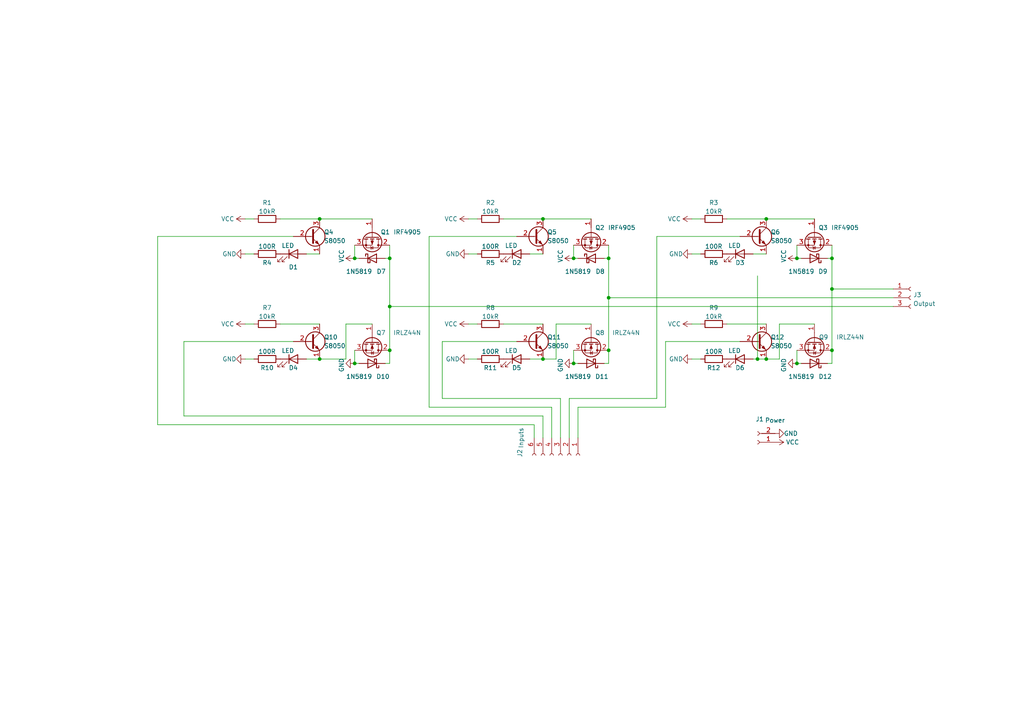
<source format=kicad_sch>
(kicad_sch (version 20211123) (generator eeschema)
  (paper "A4")
  (lib_symbols
    (symbol "Connector:Conn_01x02_Female" (pin_names (offset 1.016) hide)
      (property "Reference" "J" (at 0 2.54 0))
      (property "Value" "Conn_01x02_Female" (at 0 -5.08 0))
      (symbol "Conn_01x02_Female_1_1"
        (arc (start 0 -2.032) (mid -0.508 -2.54) (end 0 -3.048) (stroke (width 0.1524)))
        (polyline (pts (xy -1.27 -2.54) (xy -0.508 -2.54)) (stroke (width 0.1524)))
        (polyline (pts (xy -1.27 0) (xy -0.508 0)) (stroke (width 0.1524)))
        (arc (start 0 0.508) (mid -0.508 0) (end 0 -0.508) (stroke (width 0.1524)))
        (pin passive line (at -5.08 0 0) (length 3.81) (name "Pin_1") (number "1"))
        (pin passive line (at -5.08 -2.54 0) (length 3.81) (name "Pin_2") (number "2"))
      )
    )
    (symbol "Connector:Conn_01x03_Female" (pin_names (offset 1.016) hide)
      (property "Reference" "J" (at 0 5.08 0))
      (property "Value" "Conn_01x03_Female" (at 0 -5.08 0))
      (symbol "Conn_01x03_Female_1_1"
        (arc (start 0 -2.032) (mid -0.508 -2.54) (end 0 -3.048) (stroke (width 0.1524)))
        (polyline (pts (xy -1.27 -2.54) (xy -0.508 -2.54)) (stroke (width 0.1524)))
        (polyline (pts (xy -1.27 0) (xy -0.508 0)) (stroke (width 0.1524)))
        (polyline (pts (xy -1.27 2.54) (xy -0.508 2.54)) (stroke (width 0.1524)))
        (arc (start 0 0.508) (mid -0.508 0) (end 0 -0.508) (stroke (width 0.1524)))
        (arc (start 0 3.048) (mid -0.508 2.54) (end 0 2.032) (stroke (width 0.1524)))
        (pin passive line (at -5.08 2.54 0) (length 3.81) (name "Pin_1") (number "1"))
        (pin passive line (at -5.08 0 0) (length 3.81) (name "Pin_2") (number "2"))
        (pin passive line (at -5.08 -2.54 0) (length 3.81) (name "Pin_3") (number "3"))
      )
    )
    (symbol "Connector:Conn_01x06_Female" (pin_names (offset 1.016) hide)
      (property "Reference" "J" (at 0 7.62 0))
      (property "Value" "Conn_01x06_Female" (at 0 -10.16 0))
      (symbol "Conn_01x06_Female_1_1"
        (arc (start 0 -7.112) (mid -0.508 -7.62) (end 0 -8.128) (stroke (width 0.1524)))
        (arc (start 0 -4.572) (mid -0.508 -5.08) (end 0 -5.588) (stroke (width 0.1524)))
        (arc (start 0 -2.032) (mid -0.508 -2.54) (end 0 -3.048) (stroke (width 0.1524)))
        (polyline (pts (xy -1.27 -7.62) (xy -0.508 -7.62)) (stroke (width 0.1524)))
        (polyline (pts (xy -1.27 -5.08) (xy -0.508 -5.08)) (stroke (width 0.1524)))
        (polyline (pts (xy -1.27 -2.54) (xy -0.508 -2.54)) (stroke (width 0.1524)))
        (polyline (pts (xy -1.27 0) (xy -0.508 0)) (stroke (width 0.1524)))
        (polyline (pts (xy -1.27 2.54) (xy -0.508 2.54)) (stroke (width 0.1524)))
        (polyline (pts (xy -1.27 5.08) (xy -0.508 5.08)) (stroke (width 0.1524)))
        (arc (start 0 0.508) (mid -0.508 0) (end 0 -0.508) (stroke (width 0.1524)))
        (arc (start 0 3.048) (mid -0.508 2.54) (end 0 2.032) (stroke (width 0.1524)))
        (arc (start 0 5.588) (mid -0.508 5.08) (end 0 4.572) (stroke (width 0.1524)))
        (pin passive line (at -5.08 5.08 0) (length 3.81) (name "Pin_1") (number "1"))
        (pin passive line (at -5.08 2.54 0) (length 3.81) (name "Pin_2") (number "2"))
        (pin passive line (at -5.08 0 0) (length 3.81) (name "Pin_3") (number "3"))
        (pin passive line (at -5.08 -2.54 0) (length 3.81) (name "Pin_4") (number "4"))
        (pin passive line (at -5.08 -5.08 0) (length 3.81) (name "Pin_5") (number "5"))
        (pin passive line (at -5.08 -7.62 0) (length 3.81) (name "Pin_6") (number "6"))
      )
    )
    (symbol "Device:LED" (pin_numbers hide) (pin_names (offset 1.016) hide)
      (property "Reference" "D" (at 0 2.54 0))
      (property "Value" "LED" (at 0 -2.54 0))
      (symbol "LED_0_1"
        (polyline (pts (xy -1.27 -1.27) (xy -1.27 1.27)) (stroke (width 0.254)))
        (polyline (pts (xy -1.27 0) (xy 1.27 0)))
        (polyline (pts (xy 1.27 -1.27) (xy 1.27 1.27) (xy -1.27 0) (xy 1.27 -1.27)) (stroke (width 0.254)))
        (polyline (pts (xy -3.048 -0.762) (xy -4.572 -2.286) (xy -3.81 -2.286) (xy -4.572 -2.286) (xy -4.572 -1.524)))
        (polyline (pts (xy -1.778 -0.762) (xy -3.302 -2.286) (xy -2.54 -2.286) (xy -3.302 -2.286) (xy -3.302 -1.524)))
      )
      (symbol "LED_1_1"
        (pin passive line (at -3.81 0 0) (length 2.54) (name "K") (number "1"))
        (pin passive line (at 3.81 0 180) (length 2.54) (name "A") (number "2"))
      )
    )
    (symbol "Device:R" (pin_numbers hide) (pin_names (offset 0))
      (property "Reference" "R" (at 2.032 0 90))
      (property "Value" "R" (at 0 0 90))
      (symbol "R_0_1"
        (rectangle (start -1.016 -2.54) (end 1.016 2.54) (stroke (width 0.254)))
      )
      (symbol "R_1_1"
        (pin passive line (at 0 3.81 270) (length 1.27) (name "~") (number "1"))
        (pin passive line (at 0 -3.81 90) (length 1.27) (name "~") (number "2"))
      )
    )
    (symbol "Diode:1N5819" (pin_numbers hide) (pin_names (offset 1.016) hide)
      (property "Reference" "D" (at 0 2.54 0))
      (property "Value" "1N5819" (at 0 -2.54 0))
      (symbol "1N5819_0_1"
        (polyline (pts (xy 1.27 0) (xy -1.27 0)))
        (polyline (pts (xy 1.27 1.27) (xy 1.27 -1.27) (xy -1.27 0) (xy 1.27 1.27)) (stroke (width 0.254)))
        (polyline (pts (xy -1.905 0.635) (xy -1.905 1.27) (xy -1.27 1.27) (xy -1.27 -1.27) (xy -0.635 -1.27) (xy -0.635 -0.635)) (stroke (width 0.254)))
      )
      (symbol "1N5819_1_1"
        (pin passive line (at -3.81 0 0) (length 2.54) (name "K") (number "1"))
        (pin passive line (at 3.81 0 180) (length 2.54) (name "A") (number "2"))
      )
    )
    (symbol "Transistor_BJT:S8050" (pin_names (offset 0) hide)
      (property "Reference" "Q" (at 5.08 1.905 0))
      (property "Value" "S8050" (at 5.08 0 0))
      (symbol "S8050_0_1"
        (polyline (pts (xy 0 0) (xy 0.635 0)))
        (polyline (pts (xy 0.635 0.635) (xy 2.54 2.54)))
        (polyline (pts (xy 0.635 -0.635) (xy 2.54 -2.54) (xy 2.54 -2.54)))
        (polyline (pts (xy 0.635 1.905) (xy 0.635 -1.905) (xy 0.635 -1.905)) (stroke (width 0.508)))
        (polyline (pts (xy 1.27 -1.778) (xy 1.778 -1.27) (xy 2.286 -2.286) (xy 1.27 -1.778) (xy 1.27 -1.778)) (fill (type outline)))
        (circle (center 1.27 0) (radius 2.8194) (stroke (width 0.254)))
      )
      (symbol "S8050_1_1"
        (pin passive line (at 2.54 -5.08 90) (length 2.54) (name "E") (number "1"))
        (pin input line (at -5.08 0 0) (length 5.08) (name "B") (number "2"))
        (pin passive line (at 2.54 5.08 270) (length 2.54) (name "C") (number "3"))
      )
    )
    (symbol "Transistor_FET:IRF4905" (pin_names hide)
      (property "Reference" "Q" (at 5.08 1.905 0))
      (property "Value" "IRF4905" (at 5.08 0 0))
      (symbol "IRF4905_0_1"
        (polyline (pts (xy 0.254 0) (xy -2.54 0)))
        (polyline (pts (xy 0.254 1.905) (xy 0.254 -1.905)) (stroke (width 0.254)))
        (polyline (pts (xy 0.762 -1.27) (xy 0.762 -2.286)) (stroke (width 0.254)))
        (polyline (pts (xy 0.762 0.508) (xy 0.762 -0.508)) (stroke (width 0.254)))
        (polyline (pts (xy 0.762 2.286) (xy 0.762 1.27)) (stroke (width 0.254)))
        (polyline (pts (xy 2.54 2.54) (xy 2.54 1.778)))
        (polyline (pts (xy 2.54 -2.54) (xy 2.54 0) (xy 0.762 0)))
        (polyline (pts (xy 0.762 1.778) (xy 3.302 1.778) (xy 3.302 -1.778) (xy 0.762 -1.778)))
        (polyline (pts (xy 2.286 0) (xy 1.27 0.381) (xy 1.27 -0.381) (xy 2.286 0)) (fill (type outline)))
        (polyline (pts (xy 2.794 -0.508) (xy 2.921 -0.381) (xy 3.683 -0.381) (xy 3.81 -0.254)))
        (polyline (pts (xy 3.302 -0.381) (xy 2.921 0.254) (xy 3.683 0.254) (xy 3.302 -0.381)))
        (circle (center 1.651 0) (radius 2.794) (stroke (width 0.254)))
        (circle (center 2.54 -1.778) (radius 0.254) (fill (type outline)))
        (circle (center 2.54 1.778) (radius 0.254) (fill (type outline)))
      )
      (symbol "IRF4905_1_1"
        (pin input line (at -5.08 0 0) (length 2.54) (name "G") (number "1"))
        (pin passive line (at 2.54 5.08 270) (length 2.54) (name "D") (number "2"))
        (pin passive line (at 2.54 -5.08 90) (length 2.54) (name "S") (number "3"))
      )
    )
    (symbol "Transistor_FET:IRLZ44N" (pin_names hide)
      (property "Reference" "Q" (at 6.35 1.905 0))
      (property "Value" "IRLZ44N" (at 6.35 0 0))
      (symbol "IRLZ44N_0_1"
        (polyline (pts (xy 0.254 0) (xy -2.54 0)))
        (polyline (pts (xy 0.254 1.905) (xy 0.254 -1.905)) (stroke (width 0.254)))
        (polyline (pts (xy 0.762 -1.27) (xy 0.762 -2.286)) (stroke (width 0.254)))
        (polyline (pts (xy 0.762 0.508) (xy 0.762 -0.508)) (stroke (width 0.254)))
        (polyline (pts (xy 0.762 2.286) (xy 0.762 1.27)) (stroke (width 0.254)))
        (polyline (pts (xy 2.54 2.54) (xy 2.54 1.778)))
        (polyline (pts (xy 2.54 -2.54) (xy 2.54 0) (xy 0.762 0)))
        (polyline (pts (xy 0.762 -1.778) (xy 3.302 -1.778) (xy 3.302 1.778) (xy 0.762 1.778)))
        (polyline (pts (xy 1.016 0) (xy 2.032 0.381) (xy 2.032 -0.381) (xy 1.016 0)) (fill (type outline)))
        (polyline (pts (xy 2.794 0.508) (xy 2.921 0.381) (xy 3.683 0.381) (xy 3.81 0.254)))
        (polyline (pts (xy 3.302 0.381) (xy 2.921 -0.254) (xy 3.683 -0.254) (xy 3.302 0.381)))
        (circle (center 1.651 0) (radius 2.794) (stroke (width 0.254)))
        (circle (center 2.54 -1.778) (radius 0.254) (fill (type outline)))
        (circle (center 2.54 1.778) (radius 0.254) (fill (type outline)))
      )
      (symbol "IRLZ44N_1_1"
        (pin input line (at -5.08 0 0) (length 2.54) (name "G") (number "1"))
        (pin passive line (at 2.54 5.08 270) (length 2.54) (name "D") (number "2"))
        (pin passive line (at 2.54 -5.08 90) (length 2.54) (name "S") (number "3"))
      )
    )
    (symbol "power:GND" (power) (pin_names (offset 0))
      (property "Value" "GND" (at 0 -3.81 0))
      (symbol "GND_0_1"
        (polyline (pts (xy 0 0) (xy 0 -1.27) (xy 1.27 -1.27) (xy 0 -2.54) (xy -1.27 -1.27) (xy 0 -1.27)))
      )
      (symbol "GND_1_1"
        (pin power_in line (at 0 0 270) (length 0) hide (name "GND") (number "1"))
      )
    )
    (symbol "power:VCC" (power) (pin_names (offset 0))
      (property "Value" "VCC" (at 0 3.81 0))
      (symbol "VCC_0_1"
        (polyline (pts (xy -0.762 1.27) (xy 0 2.54)))
        (polyline (pts (xy 0 0) (xy 0 2.54)))
        (polyline (pts (xy 0 2.54) (xy 0.762 1.27)))
      )
      (symbol "VCC_1_1"
        (pin power_in line (at 0 0 90) (length 0) hide (name "VCC") (number "1"))
      )
    )
  )
  (junction (at 166.37 105.41))
  (junction (at 222.25 104.14))
  (junction (at 176.53 101.6))
  (junction (at 231.14 105.41))
  (junction (at 222.25 63.5))
  (junction (at 176.53 74.93))
  (junction (at 113.03 101.6))
  (junction (at 113.03 74.93))
  (junction (at 231.14 74.93))
  (junction (at 102.87 105.41))
  (junction (at 92.71 63.5))
  (junction (at 176.53 86.36))
  (junction (at 219.71 104.14))
  (junction (at 241.3 101.6))
  (junction (at 92.71 104.14))
  (junction (at 113.03 88.9))
  (junction (at 157.48 104.14))
  (junction (at 166.37 74.93))
  (junction (at 102.87 74.93))
  (junction (at 241.3 83.82))
  (junction (at 157.48 63.5))
  (junction (at 241.3 74.93))
  (wire (pts (xy 193.04 99.06) (xy 214.63 99.06)))
  (wire (pts (xy 100.33 104.14) (xy 100.33 93.98)))
  (wire (pts (xy 226.06 93.98) (xy 236.22 93.98)))
  (wire (pts (xy 231.14 101.6) (xy 231.14 105.41)))
  (wire (pts (xy 102.87 105.41) (xy 104.14 105.41)))
  (wire (pts (xy 53.34 99.06) (xy 85.09 99.06)))
  (wire (pts (xy 162.56 127) (xy 162.56 115.57)))
  (wire (pts (xy 210.82 63.5) (xy 222.25 63.5)))
  (wire (pts (xy 128.27 99.06) (xy 149.86 99.06)))
  (wire (pts (xy 92.71 104.14) (xy 100.33 104.14)))
  (wire (pts (xy 88.9 104.14) (xy 92.71 104.14)))
  (wire (pts (xy 135.89 104.14) (xy 138.43 104.14)))
  (wire (pts (xy 157.48 63.5) (xy 171.45 63.5)))
  (wire (pts (xy 240.03 105.41) (xy 241.3 105.41)))
  (wire (pts (xy 124.46 68.58) (xy 124.46 118.11)))
  (wire (pts (xy 166.37 74.93) (xy 167.64 74.93)))
  (wire (pts (xy 81.28 63.5) (xy 92.71 63.5)))
  (wire (pts (xy 231.14 105.41) (xy 232.41 105.41)))
  (wire (pts (xy 166.37 71.12) (xy 166.37 74.93)))
  (wire (pts (xy 160.02 118.11) (xy 124.46 118.11)))
  (wire (pts (xy 128.27 115.57) (xy 128.27 99.06)))
  (wire (pts (xy 193.04 118.11) (xy 193.04 99.06)))
  (wire (pts (xy 160.02 127) (xy 160.02 118.11)))
  (wire (pts (xy 176.53 74.93) (xy 176.53 86.36)))
  (wire (pts (xy 218.44 73.66) (xy 222.25 73.66)))
  (wire (pts (xy 190.5 115.57) (xy 190.5 68.58)))
  (wire (pts (xy 240.03 74.93) (xy 241.3 74.93)))
  (wire (pts (xy 157.48 120.65) (xy 53.34 120.65)))
  (wire (pts (xy 153.67 73.66) (xy 157.48 73.66)))
  (wire (pts (xy 241.3 83.82) (xy 259.08 83.82)))
  (wire (pts (xy 113.03 105.41) (xy 111.76 105.41)))
  (wire (pts (xy 176.53 86.36) (xy 259.08 86.36)))
  (wire (pts (xy 176.53 86.36) (xy 176.53 101.6)))
  (wire (pts (xy 113.03 88.9) (xy 113.03 101.6)))
  (wire (pts (xy 200.66 73.66) (xy 203.2 73.66)))
  (wire (pts (xy 113.03 101.6) (xy 113.03 105.41)))
  (wire (pts (xy 53.34 120.65) (xy 53.34 99.06)))
  (wire (pts (xy 100.33 93.98) (xy 107.95 93.98)))
  (wire (pts (xy 124.46 68.58) (xy 149.86 68.58)))
  (wire (pts (xy 231.14 74.93) (xy 232.41 74.93)))
  (wire (pts (xy 45.72 68.58) (xy 85.09 68.58)))
  (wire (pts (xy 165.1 115.57) (xy 190.5 115.57)))
  (wire (pts (xy 231.14 71.12) (xy 231.14 74.93)))
  (wire (pts (xy 176.53 105.41) (xy 175.26 105.41)))
  (wire (pts (xy 222.25 104.14) (xy 226.06 104.14)))
  (wire (pts (xy 176.53 71.12) (xy 176.53 74.93)))
  (wire (pts (xy 165.1 127) (xy 165.1 115.57)))
  (wire (pts (xy 161.29 93.98) (xy 171.45 93.98)))
  (wire (pts (xy 146.05 93.98) (xy 157.48 93.98)))
  (wire (pts (xy 71.12 93.98) (xy 73.66 93.98)))
  (wire (pts (xy 154.94 123.19) (xy 45.72 123.19)))
  (wire (pts (xy 88.9 73.66) (xy 92.71 73.66)))
  (wire (pts (xy 153.67 104.14) (xy 157.48 104.14)))
  (wire (pts (xy 71.12 63.5) (xy 73.66 63.5)))
  (wire (pts (xy 200.66 63.5) (xy 203.2 63.5)))
  (wire (pts (xy 135.89 73.66) (xy 138.43 73.66)))
  (wire (pts (xy 166.37 101.6) (xy 166.37 105.41)))
  (wire (pts (xy 200.66 104.14) (xy 203.2 104.14)))
  (wire (pts (xy 219.71 104.14) (xy 222.25 104.14)))
  (wire (pts (xy 92.71 63.5) (xy 107.95 63.5)))
  (wire (pts (xy 167.64 118.11) (xy 193.04 118.11)))
  (wire (pts (xy 166.37 105.41) (xy 167.64 105.41)))
  (wire (pts (xy 218.44 104.14) (xy 219.71 104.14)))
  (wire (pts (xy 219.71 104.14) (xy 219.71 80.01)))
  (wire (pts (xy 113.03 71.12) (xy 113.03 74.93)))
  (wire (pts (xy 113.03 88.9) (xy 259.08 88.9)))
  (wire (pts (xy 241.3 71.12) (xy 241.3 74.93)))
  (wire (pts (xy 161.29 104.14) (xy 161.29 93.98)))
  (wire (pts (xy 102.87 101.6) (xy 102.87 105.41)))
  (wire (pts (xy 176.53 74.93) (xy 175.26 74.93)))
  (wire (pts (xy 157.48 127) (xy 157.48 120.65)))
  (wire (pts (xy 167.64 127) (xy 167.64 118.11)))
  (wire (pts (xy 146.05 63.5) (xy 157.48 63.5)))
  (wire (pts (xy 162.56 115.57) (xy 128.27 115.57)))
  (wire (pts (xy 226.06 104.14) (xy 226.06 93.98)))
  (wire (pts (xy 190.5 68.58) (xy 214.63 68.58)))
  (wire (pts (xy 71.12 73.66) (xy 73.66 73.66)))
  (wire (pts (xy 241.3 74.93) (xy 241.3 83.82)))
  (wire (pts (xy 113.03 74.93) (xy 111.76 74.93)))
  (wire (pts (xy 154.94 127) (xy 154.94 123.19)))
  (wire (pts (xy 113.03 74.93) (xy 113.03 88.9)))
  (wire (pts (xy 222.25 63.5) (xy 236.22 63.5)))
  (wire (pts (xy 81.28 93.98) (xy 92.71 93.98)))
  (wire (pts (xy 176.53 101.6) (xy 176.53 105.41)))
  (wire (pts (xy 104.14 74.93) (xy 102.87 74.93)))
  (wire (pts (xy 241.3 83.82) (xy 241.3 101.6)))
  (wire (pts (xy 210.82 93.98) (xy 222.25 93.98)))
  (wire (pts (xy 157.48 104.14) (xy 161.29 104.14)))
  (wire (pts (xy 45.72 123.19) (xy 45.72 68.58)))
  (wire (pts (xy 200.66 93.98) (xy 203.2 93.98)))
  (wire (pts (xy 71.12 104.14) (xy 73.66 104.14)))
  (wire (pts (xy 135.89 63.5) (xy 138.43 63.5)))
  (wire (pts (xy 241.3 101.6) (xy 241.3 105.41)))
  (wire (pts (xy 102.87 74.93) (xy 102.87 71.12)))
  (wire (pts (xy 135.89 93.98) (xy 138.43 93.98)))
  (symbol (lib_id "Device:LED") (at 214.63 104.14 0) (unit 1)
    (property "Reference" "D6" (at 214.63 106.68 0))
    (property "Value" "LED" (at 213.0425 101.7071 0))
    (property "Footprint" "LED_THT:LED_D3.0mm_Clear" (effects hide))
  )
  (symbol (lib_id "power:VCC") (at 135.89 93.98 90) (unit 1)
    (property "Reference" "#PWR09" (effects hide))
    (property "Value" "VCC" (at 130.81 93.98 90))
  )
  (symbol (lib_id "power:GND") (at 71.12 104.14 270) (unit 1)
    (property "Reference" "#PWR04" (effects hide))
    (property "Value" "GND" (at 68.58 104.14 90) (effects (justify right)))
  )
  (symbol (lib_id "power:VCC") (at 102.87 74.93 90) (unit 1)
    (property "Reference" "#PWR05" (effects hide))
    (property "Value" "VCC" (at 99.06 76.2 0) (effects (justify left)))
  )
  (symbol (lib_id "Device:LED") (at 149.86 104.14 0) (unit 1)
    (property "Reference" "D5" (at 149.86 106.68 0))
    (property "Value" "LED" (at 148.2725 101.7071 0))
    (property "Footprint" "LED_THT:LED_D3.0mm_Clear" (effects hide))
  )
  (symbol (lib_id "Transistor_FET:IRF4905") (at 236.22 68.58 270) (unit 1)
    (property "Reference" "Q3" (at 238.76 66.04 90))
    (property "Value" "IRF4905" (at 245.11 66.04 90))
    (property "Footprint" "Package_TO_SOT_THT:TO-220-3_Vertical" (effects hide))
    (property "Datasheet" "http://www.infineon.com/dgdl/irf4905.pdf?fileId=5546d462533600a4015355e32165197c" (effects hide))
  )
  (symbol (lib_id "Device:LED") (at 214.63 73.66 0) (unit 1)
    (property "Reference" "D3" (at 214.63 76.2 0))
    (property "Value" "LED" (at 213.0425 71.2271 0))
    (property "Footprint" "LED_THT:LED_D3.0mm_Clear" (effects hide))
  )
  (symbol (lib_id "power:VCC") (at 200.66 93.98 90) (unit 1)
    (property "Reference" "#PWR015" (effects hide))
    (property "Value" "VCC" (at 195.58 93.98 90))
  )
  (symbol (lib_id "Diode:1N5819") (at 236.22 74.93 180) (unit 1)
    (property "Reference" "D9" (at 240.03 78.74 0) (effects (justify left)))
    (property "Value" "1N5819" (at 236.22 78.74 0) (effects (justify left)))
    (property "Footprint" "Diode_THT:D_DO-41_SOD81_P3.81mm_Vertical_AnodeUp" (effects hide))
    (property "Datasheet" "http://www.vishay.com/docs/88525/1n5817.pdf" (effects hide))
  )
  (symbol (lib_id "Transistor_BJT:S8050") (at 154.94 68.58 0) (unit 1)
    (property "Reference" "Q5" (at 158.75 67.31 0) (effects (justify left)))
    (property "Value" "S8050" (at 158.75 69.85 0) (effects (justify left)))
    (property "Footprint" "Package_TO_SOT_THT:TO-92_Inline" (effects hide))
    (property "Datasheet" "http://www.unisonic.com.tw/datasheet/S8050.pdf" (effects hide))
  )
  (symbol (lib_id "Transistor_BJT:S8050") (at 219.71 99.06 0) (unit 1)
    (property "Reference" "Q12" (at 223.52 97.79 0) (effects (justify left)))
    (property "Value" "S8050" (at 223.52 100.33 0) (effects (justify left)))
    (property "Footprint" "Package_TO_SOT_THT:TO-92_Inline" (effects hide))
    (property "Datasheet" "http://www.unisonic.com.tw/datasheet/S8050.pdf" (effects hide))
  )
  (symbol (lib_id "Device:R") (at 142.24 93.98 270) (unit 1)
    (property "Reference" "R8" (at 142.24 89.2642 90))
    (property "Value" "10kR" (at 142.24 91.8011 90))
    (property "Footprint" "Resistor_THT:R_Axial_DIN0309_L9.0mm_D3.2mm_P15.24mm_Horizontal" (effects hide))
  )
  (symbol (lib_id "Device:R") (at 207.01 93.98 270) (unit 1)
    (property "Reference" "R9" (at 207.01 89.2642 90))
    (property "Value" "10kR" (at 207.01 91.8011 90))
    (property "Footprint" "Resistor_THT:R_Axial_DIN0309_L9.0mm_D3.2mm_P15.24mm_Horizontal" (effects hide))
  )
  (symbol (lib_id "power:VCC") (at 224.79 128.27 270) (unit 1)
    (property "Reference" "#PWR018" (effects hide))
    (property "Value" "VCC" (at 229.87 128.27 90))
  )
  (symbol (lib_id "power:GND") (at 71.12 73.66 270) (unit 1)
    (property "Reference" "#PWR02" (effects hide))
    (property "Value" "GND" (at 68.58 73.66 90) (effects (justify right)))
  )
  (symbol (lib_id "Device:R") (at 207.01 104.14 270) (unit 1)
    (property "Reference" "R12" (at 207.01 106.68 90))
    (property "Value" "100R" (at 207.01 101.9611 90))
    (property "Footprint" "Resistor_THT:R_Axial_DIN0309_L9.0mm_D3.2mm_P15.24mm_Horizontal" (effects hide))
  )
  (symbol (lib_id "power:VCC") (at 200.66 63.5 90) (unit 1)
    (property "Reference" "#PWR013" (effects hide))
    (property "Value" "VCC" (at 195.58 63.5 90))
  )
  (symbol (lib_id "power:GND") (at 135.89 73.66 270) (unit 1)
    (property "Reference" "#PWR08" (effects hide))
    (property "Value" "GND" (at 133.35 73.66 90) (effects (justify right)))
  )
  (symbol (lib_id "power:GND") (at 231.14 105.41 270) (unit 1)
    (property "Reference" "#PWR020" (effects hide))
    (property "Value" "GND" (at 227.33 107.95 0) (effects (justify right)))
  )
  (symbol (lib_id "power:GND") (at 102.87 105.41 270) (unit 1)
    (property "Reference" "#PWR06" (effects hide))
    (property "Value" "GND" (at 99.06 107.95 0) (effects (justify right)))
  )
  (symbol (lib_id "Device:R") (at 77.47 104.14 270) (unit 1)
    (property "Reference" "R10" (at 77.47 106.68 90))
    (property "Value" "100R" (at 77.47 101.9611 90))
    (property "Footprint" "Resistor_THT:R_Axial_DIN0309_L9.0mm_D3.2mm_P15.24mm_Horizontal" (effects hide))
  )
  (symbol (lib_id "Device:R") (at 142.24 63.5 270) (unit 1)
    (property "Reference" "R2" (at 142.24 58.7842 90))
    (property "Value" "10kR" (at 142.24 61.3211 90))
    (property "Footprint" "Resistor_THT:R_Axial_DIN0309_L9.0mm_D3.2mm_P15.24mm_Horizontal" (effects hide))
  )
  (symbol (lib_id "Device:LED") (at 149.86 73.66 0) (unit 1)
    (property "Reference" "D2" (at 149.86 76.2 0))
    (property "Value" "LED" (at 148.2725 71.2271 0))
    (property "Footprint" "LED_THT:LED_D3.0mm_Clear" (effects hide))
  )
  (symbol (lib_id "power:GND") (at 166.37 105.41 270) (unit 1)
    (property "Reference" "#PWR012" (effects hide))
    (property "Value" "GND" (at 162.56 107.95 0) (effects (justify right)))
  )
  (symbol (lib_id "power:VCC") (at 166.37 74.93 90) (unit 1)
    (property "Reference" "#PWR011" (effects hide))
    (property "Value" "VCC" (at 162.56 76.2 0) (effects (justify left)))
  )
  (symbol (lib_id "power:GND") (at 200.66 73.66 270) (unit 1)
    (property "Reference" "#PWR014" (effects hide))
    (property "Value" "GND" (at 198.12 73.66 90) (effects (justify right)))
  )
  (symbol (lib_id "power:VCC") (at 71.12 63.5 90) (unit 1)
    (property "Reference" "#PWR01" (effects hide))
    (property "Value" "VCC" (at 66.04 63.5 90))
  )
  (symbol (lib_id "power:GND") (at 224.79 125.73 90) (unit 1)
    (property "Reference" "#PWR017" (effects hide))
    (property "Value" "GND" (at 227.33 125.73 90) (effects (justify right)))
  )
  (symbol (lib_id "power:VCC") (at 135.89 63.5 90) (unit 1)
    (property "Reference" "#PWR07" (effects hide))
    (property "Value" "VCC" (at 130.81 63.5 90))
  )
  (symbol (lib_id "Transistor_BJT:S8050") (at 219.71 68.58 0) (unit 1)
    (property "Reference" "Q6" (at 223.52 67.31 0) (effects (justify left)))
    (property "Value" "S8050" (at 223.52 69.85 0) (effects (justify left)))
    (property "Footprint" "Package_TO_SOT_THT:TO-92_Inline" (effects hide))
    (property "Datasheet" "http://www.unisonic.com.tw/datasheet/S8050.pdf" (effects hide))
  )
  (symbol (lib_id "Device:R") (at 77.47 73.66 270) (unit 1)
    (property "Reference" "R4" (at 77.47 76.2 90))
    (property "Value" "100R" (at 77.47 71.4811 90))
    (property "Footprint" "Resistor_THT:R_Axial_DIN0309_L9.0mm_D3.2mm_P15.24mm_Horizontal" (effects hide))
  )
  (symbol (lib_id "Connector:Conn_01x06_Female") (at 162.56 132.08 270) (unit 1)
    (property "Reference" "J2" (at 150.783 131.445 0))
    (property "Value" "Inputs" (at 151.13 127 0))
    (property "Footprint" "Connector_JST:JST_XH_B6B-XH-A_1x06_P2.50mm_Vertical" (effects hide))
  )
  (symbol (lib_id "Transistor_FET:IRLZ44N") (at 236.22 99.06 270) (unit 1)
    (property "Reference" "Q9" (at 237.49 97.79 90) (effects (justify left)))
    (property "Value" "IRLZ44N" (at 242.57 97.79 90) (effects (justify left)))
    (property "Footprint" "Package_TO_SOT_THT:TO-220-3_Vertical" (effects hide))
    (property "Datasheet" "http://www.irf.com/product-info/datasheets/data/irlz44n.pdf" (effects hide))
  )
  (symbol (lib_id "Device:LED") (at 85.09 104.14 0) (unit 1)
    (property "Reference" "D4" (at 85.09 106.68 0))
    (property "Value" "LED" (at 83.5025 101.7071 0))
    (property "Footprint" "LED_THT:LED_D3.0mm_Clear" (effects hide))
  )
  (symbol (lib_id "Diode:1N5819") (at 171.45 74.93 0) (unit 1)
    (property "Reference" "D8" (at 172.72 78.74 0) (effects (justify left)))
    (property "Value" "1N5819" (at 163.83 78.74 0) (effects (justify left)))
    (property "Footprint" "Diode_THT:D_DO-41_SOD81_P3.81mm_Vertical_AnodeUp" (effects hide))
    (property "Datasheet" "http://www.vishay.com/docs/88525/1n5817.pdf" (effects hide))
  )
  (symbol (lib_id "Connector:Conn_01x03_Female") (at 264.16 86.36 0) (unit 1)
    (property "Reference" "J3" (at 264.8712 85.5253 0) (effects (justify left)))
    (property "Value" "Output" (at 264.8712 88.0622 0) (effects (justify left)))
    (property "Footprint" "Connector_JST:JST_XH_B3B-XH-A_1x03_P2.50mm_Vertical" (effects hide))
  )
  (symbol (lib_id "Device:R") (at 207.01 73.66 270) (unit 1)
    (property "Reference" "R6" (at 207.01 76.2 90))
    (property "Value" "100R" (at 207.01 71.4811 90))
    (property "Footprint" "Resistor_THT:R_Axial_DIN0309_L9.0mm_D3.2mm_P15.24mm_Horizontal" (effects hide))
  )
  (symbol (lib_id "power:VCC") (at 231.14 74.93 90) (unit 1)
    (property "Reference" "#PWR019" (effects hide))
    (property "Value" "VCC" (at 227.33 76.2 0) (effects (justify left)))
  )
  (symbol (lib_id "Device:LED") (at 85.09 73.66 0) (unit 1)
    (property "Reference" "D1" (at 85.09 77.47 0))
    (property "Value" "LED" (at 83.5025 71.2271 0))
    (property "Footprint" "LED_THT:LED_D3.0mm_Clear" (effects hide))
  )
  (symbol (lib_id "power:GND") (at 135.89 104.14 270) (unit 1)
    (property "Reference" "#PWR010" (effects hide))
    (property "Value" "GND" (at 133.35 104.14 90) (effects (justify right)))
  )
  (symbol (lib_id "Device:R") (at 142.24 73.66 270) (unit 1)
    (property "Reference" "R5" (at 142.24 76.2 90))
    (property "Value" "100R" (at 142.24 71.4811 90))
    (property "Footprint" "Resistor_THT:R_Axial_DIN0309_L9.0mm_D3.2mm_P15.24mm_Horizontal" (effects hide))
  )
  (symbol (lib_id "Transistor_BJT:S8050") (at 154.94 99.06 0) (unit 1)
    (property "Reference" "Q11" (at 158.75 97.79 0) (effects (justify left)))
    (property "Value" "S8050" (at 158.75 100.33 0) (effects (justify left)))
    (property "Footprint" "Package_TO_SOT_THT:TO-92_Inline" (effects hide))
    (property "Datasheet" "http://www.unisonic.com.tw/datasheet/S8050.pdf" (effects hide))
  )
  (symbol (lib_id "Diode:1N5819") (at 171.45 105.41 180) (unit 1)
    (property "Reference" "D11" (at 176.53 109.22 0) (effects (justify left)))
    (property "Value" "1N5819" (at 171.45 109.22 0) (effects (justify left)))
    (property "Footprint" "Diode_THT:D_DO-41_SOD81_P3.81mm_Vertical_KathodeUp" (effects hide))
    (property "Datasheet" "http://www.vishay.com/docs/88525/1n5817.pdf" (effects hide))
  )
  (symbol (lib_id "Transistor_FET:IRLZ44N") (at 171.45 99.06 270) (unit 1)
    (property "Reference" "Q8" (at 173.99 96.52 90))
    (property "Value" "IRLZ44N" (at 181.61 96.52 90))
    (property "Footprint" "Package_TO_SOT_THT:TO-220-3_Vertical" (effects hide))
    (property "Datasheet" "http://www.irf.com/product-info/datasheets/data/irlz44n.pdf" (effects hide))
  )
  (symbol (lib_id "Diode:1N5819") (at 107.95 105.41 180) (unit 1)
    (property "Reference" "D10" (at 113.03 109.22 0) (effects (justify left)))
    (property "Value" "1N5819" (at 107.95 109.22 0) (effects (justify left)))
    (property "Footprint" "Diode_THT:D_DO-41_SOD81_P3.81mm_Vertical_KathodeUp" (effects hide))
    (property "Datasheet" "http://www.vishay.com/docs/88525/1n5817.pdf" (effects hide))
  )
  (symbol (lib_id "Device:R") (at 77.47 93.98 270) (unit 1)
    (property "Reference" "R7" (at 77.47 89.2642 90))
    (property "Value" "10kR" (at 77.47 91.8011 90))
    (property "Footprint" "Resistor_THT:R_Axial_DIN0309_L9.0mm_D3.2mm_P15.24mm_Horizontal" (effects hide))
  )
  (symbol (lib_id "Diode:1N5819") (at 236.22 105.41 180) (unit 1)
    (property "Reference" "D12" (at 241.3 109.22 0) (effects (justify left)))
    (property "Value" "1N5819" (at 236.22 109.22 0) (effects (justify left)))
    (property "Footprint" "Diode_THT:D_DO-41_SOD81_P3.81mm_Vertical_KathodeUp" (effects hide))
    (property "Datasheet" "http://www.vishay.com/docs/88525/1n5817.pdf" (effects hide))
  )
  (symbol (lib_id "Device:R") (at 142.24 104.14 270) (unit 1)
    (property "Reference" "R11" (at 142.24 106.68 90))
    (property "Value" "100R" (at 142.24 101.9611 90))
    (property "Footprint" "Resistor_THT:R_Axial_DIN0309_L9.0mm_D3.2mm_P15.24mm_Horizontal" (effects hide))
  )
  (symbol (lib_id "Diode:1N5819") (at 107.95 74.93 0) (unit 1)
    (property "Reference" "D7" (at 109.22 78.74 0) (effects (justify left)))
    (property "Value" "1N5819" (at 100.33 78.74 0) (effects (justify left)))
    (property "Footprint" "Diode_THT:D_DO-41_SOD81_P3.81mm_Vertical_AnodeUp" (effects hide))
    (property "Datasheet" "http://www.vishay.com/docs/88525/1n5817.pdf" (effects hide))
  )
  (symbol (lib_id "Connector:Conn_01x02_Female") (at 219.71 128.27 180) (unit 1)
    (property "Reference" "J1" (at 220.345 121.573 0))
    (property "Value" "Power" (at 224.79 121.92 0))
    (property "Footprint" "Connector_JST:JST_XH_B2B-XH-AM_1x02_P2.50mm_Vertical" (effects hide))
  )
  (symbol (lib_id "Device:R") (at 77.47 63.5 270) (unit 1)
    (property "Reference" "R1" (at 77.47 58.7842 90))
    (property "Value" "10kR" (at 77.47 61.3211 90))
    (property "Footprint" "Resistor_THT:R_Axial_DIN0309_L9.0mm_D3.2mm_P15.24mm_Horizontal" (effects hide))
  )
  (symbol (lib_id "Transistor_FET:IRF4905") (at 171.45 68.58 270) (unit 1)
    (property "Reference" "Q2" (at 173.99 66.04 90))
    (property "Value" "IRF4905" (at 180.34 66.04 90))
    (property "Footprint" "Package_TO_SOT_THT:TO-220-3_Vertical" (effects hide))
    (property "Datasheet" "http://www.infineon.com/dgdl/irf4905.pdf?fileId=5546d462533600a4015355e32165197c" (effects hide))
  )
  (symbol (lib_id "Transistor_FET:IRF4905") (at 107.95 68.58 270) (unit 1)
    (property "Reference" "Q1" (at 111.76 67.31 90))
    (property "Value" "IRF4905" (at 118.11 67.31 90))
    (property "Footprint" "Package_TO_SOT_THT:TO-220-3_Vertical" (effects hide))
    (property "Datasheet" "http://www.infineon.com/dgdl/irf4905.pdf?fileId=5546d462533600a4015355e32165197c" (effects hide))
  )
  (symbol (lib_id "power:VCC") (at 71.12 93.98 90) (unit 1)
    (property "Reference" "#PWR03" (effects hide))
    (property "Value" "VCC" (at 66.04 93.98 90))
  )
  (symbol (lib_id "Device:R") (at 207.01 63.5 270) (unit 1)
    (property "Reference" "R3" (at 207.01 58.7842 90))
    (property "Value" "10kR" (at 207.01 61.3211 90))
    (property "Footprint" "Resistor_THT:R_Axial_DIN0309_L9.0mm_D3.2mm_P15.24mm_Horizontal" (effects hide))
  )
  (symbol (lib_id "Transistor_BJT:S8050") (at 90.17 99.06 0) (unit 1)
    (property "Reference" "Q10" (at 93.98 97.79 0) (effects (justify left)))
    (property "Value" "S8050" (at 93.98 100.33 0) (effects (justify left)))
    (property "Footprint" "Package_TO_SOT_THT:TO-92_Inline" (effects hide))
    (property "Datasheet" "http://www.unisonic.com.tw/datasheet/S8050.pdf" (effects hide))
  )
  (symbol (lib_id "Transistor_FET:IRLZ44N") (at 107.95 99.06 270) (unit 1)
    (property "Reference" "Q7" (at 110.49 96.52 90))
    (property "Value" "IRLZ44N" (at 118.11 96.52 90))
    (property "Footprint" "Package_TO_SOT_THT:TO-220-3_Vertical" (effects hide))
    (property "Datasheet" "http://www.irf.com/product-info/datasheets/data/irlz44n.pdf" (effects hide))
  )
  (symbol (lib_id "Transistor_BJT:S8050") (at 90.17 68.58 0) (unit 1)
    (property "Reference" "Q4" (at 93.98 67.31 0) (effects (justify left)))
    (property "Value" "S8050" (at 93.98 69.85 0) (effects (justify left)))
    (property "Footprint" "Package_TO_SOT_THT:TO-92_Inline" (effects hide))
    (property "Datasheet" "http://www.unisonic.com.tw/datasheet/S8050.pdf" (effects hide))
  )
  (symbol (lib_id "power:GND") (at 200.66 104.14 270) (unit 1)
    (property "Reference" "#PWR016" (effects hide))
    (property "Value" "GND" (at 198.12 104.14 90) (effects (justify right)))
  )
)
</source>
